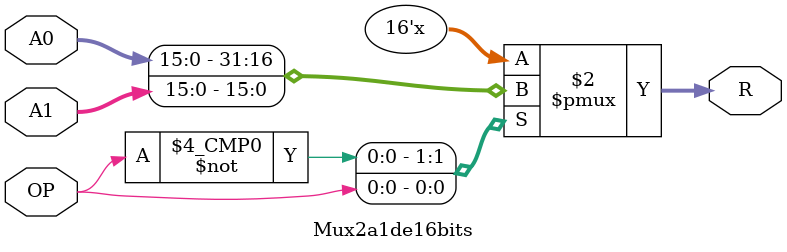
<source format=v>
`timescale 1ns / 1ps

module Mux2a1de16bits(A0,A1,OP,R);
	input [15:0] A0,A1;
	input OP;
	output reg [15:0] R;
	
	always @(A0 or A1 or OP)
		case (OP)
			1'b0: R=A0;
			1'b1: R=A1;
		endcase

endmodule

</source>
